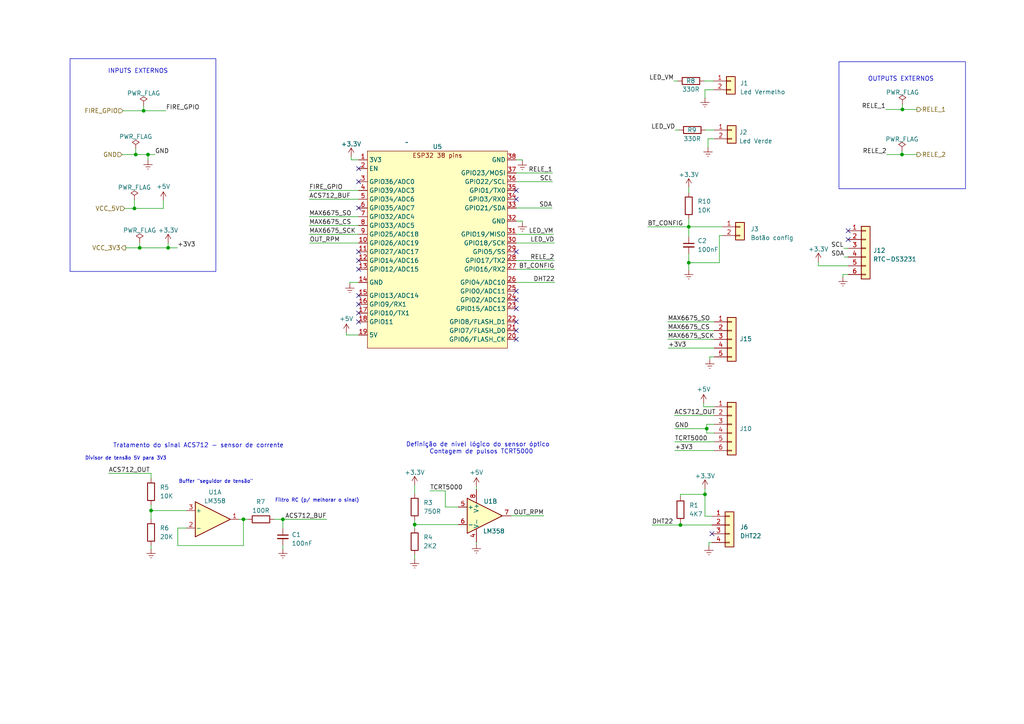
<source format=kicad_sch>
(kicad_sch (version 20230121) (generator eeschema)
  (paper "A4")
  (lib_symbols
    (symbol "Amplifier_Operational:LM358" (pin_names (offset 0.127))
      (property "Reference" "U" (at 0 5.08 0))
      (property "Value" "LM358" (at 0 -5.08 0))
      (symbol "LM358_1_1"
        (polyline (pts (xy -5.08 5.08) (xy 5.08 0) (xy -5.08 -5.08) (xy -5.08 5.08)) (stroke (width 0.254)) (fill (type background)))
        (pin output line (at 7.62 0 180) (length 2.54) (name "~") (number "1"))
        (pin input line (at -7.62 -2.54 0) (length 2.54) (name "-") (number "2"))
        (pin input line (at -7.62 2.54 0) (length 2.54) (name "+") (number "3"))
      )
      (symbol "LM358_2_1"
        (polyline (pts (xy -5.08 5.08) (xy 5.08 0) (xy -5.08 -5.08) (xy -5.08 5.08)) (stroke (width 0.254)) (fill (type background)))
        (pin input line (at -7.62 2.54 0) (length 2.54) (name "+") (number "5"))
        (pin input line (at -7.62 -2.54 0) (length 2.54) (name "-") (number "6"))
        (pin output line (at 7.62 0 180) (length 2.54) (name "~") (number "7"))
      )
      (symbol "LM358_3_1"
        (pin power_in line (at -2.54 -7.62 90) (length 3.81) (name "V-") (number "4"))
        (pin power_in line (at -2.54 7.62 270) (length 3.81) (name "V+") (number "8"))
      )
    )
    (symbol "Connector_Generic:Conn_01x02" (pin_names (offset 1.016) hide)
      (property "Reference" "J" (at 0 2.54 0))
      (property "Value" "Conn_01x02" (at 0 -5.08 0))
      (symbol "Conn_01x02_1_1"
        (rectangle (start -1.27 -2.413) (end 0 -2.667) (stroke (width 0.1524)))
        (rectangle (start -1.27 0.127) (end 0 -0.127) (stroke (width 0.1524)))
        (rectangle (start -1.27 1.27) (end 1.27 -3.81) (stroke (width 0.254)) (fill (type background)))
        (pin passive line (at -5.08 0 0) (length 3.81) (name "Pin_1") (number "1"))
        (pin passive line (at -5.08 -2.54 0) (length 3.81) (name "Pin_2") (number "2"))
      )
    )
    (symbol "Connector_Generic:Conn_01x04" (pin_names (offset 1.016) hide)
      (property "Reference" "J" (at 0 5.08 0))
      (property "Value" "Conn_01x04" (at 0 -7.62 0))
      (symbol "Conn_01x04_1_1"
        (rectangle (start -1.27 -4.953) (end 0 -5.207) (stroke (width 0.1524)))
        (rectangle (start -1.27 -2.413) (end 0 -2.667) (stroke (width 0.1524)))
        (rectangle (start -1.27 0.127) (end 0 -0.127) (stroke (width 0.1524)))
        (rectangle (start -1.27 2.667) (end 0 2.413) (stroke (width 0.1524)))
        (rectangle (start -1.27 3.81) (end 1.27 -6.35) (stroke (width 0.254)) (fill (type background)))
        (pin passive line (at -5.08 2.54 0) (length 3.81) (name "Pin_1") (number "1"))
        (pin passive line (at -5.08 0 0) (length 3.81) (name "Pin_2") (number "2"))
        (pin passive line (at -5.08 -2.54 0) (length 3.81) (name "Pin_3") (number "3"))
        (pin passive line (at -5.08 -5.08 0) (length 3.81) (name "Pin_4") (number "4"))
      )
    )
    (symbol "Connector_Generic:Conn_01x05" (pin_names (offset 1.016) hide)
      (property "Reference" "J" (at 0 7.62 0))
      (property "Value" "Conn_01x05" (at 0 -7.62 0))
      (symbol "Conn_01x05_1_1"
        (rectangle (start -1.27 -4.953) (end 0 -5.207) (stroke (width 0.1524)))
        (rectangle (start -1.27 -2.413) (end 0 -2.667) (stroke (width 0.1524)))
        (rectangle (start -1.27 0.127) (end 0 -0.127) (stroke (width 0.1524)))
        (rectangle (start -1.27 2.667) (end 0 2.413) (stroke (width 0.1524)))
        (rectangle (start -1.27 5.207) (end 0 4.953) (stroke (width 0.1524)))
        (rectangle (start -1.27 6.35) (end 1.27 -6.35) (stroke (width 0.254)) (fill (type background)))
        (pin passive line (at -5.08 5.08 0) (length 3.81) (name "Pin_1") (number "1"))
        (pin passive line (at -5.08 2.54 0) (length 3.81) (name "Pin_2") (number "2"))
        (pin passive line (at -5.08 0 0) (length 3.81) (name "Pin_3") (number "3"))
        (pin passive line (at -5.08 -2.54 0) (length 3.81) (name "Pin_4") (number "4"))
        (pin passive line (at -5.08 -5.08 0) (length 3.81) (name "Pin_5") (number "5"))
      )
    )
    (symbol "Connector_Generic:Conn_01x06" (pin_names (offset 1.016) hide)
      (property "Reference" "J" (at 0 7.62 0))
      (property "Value" "Conn_01x06" (at 0 -10.16 0))
      (symbol "Conn_01x06_1_1"
        (rectangle (start -1.27 -7.493) (end 0 -7.747) (stroke (width 0.1524)))
        (rectangle (start -1.27 -4.953) (end 0 -5.207) (stroke (width 0.1524)))
        (rectangle (start -1.27 -2.413) (end 0 -2.667) (stroke (width 0.1524)))
        (rectangle (start -1.27 0.127) (end 0 -0.127) (stroke (width 0.1524)))
        (rectangle (start -1.27 2.667) (end 0 2.413) (stroke (width 0.1524)))
        (rectangle (start -1.27 5.207) (end 0 4.953) (stroke (width 0.1524)))
        (rectangle (start -1.27 6.35) (end 1.27 -8.89) (stroke (width 0.254)) (fill (type background)))
        (pin passive line (at -5.08 5.08 0) (length 3.81) (name "Pin_1") (number "1"))
        (pin passive line (at -5.08 2.54 0) (length 3.81) (name "Pin_2") (number "2"))
        (pin passive line (at -5.08 0 0) (length 3.81) (name "Pin_3") (number "3"))
        (pin passive line (at -5.08 -2.54 0) (length 3.81) (name "Pin_4") (number "4"))
        (pin passive line (at -5.08 -5.08 0) (length 3.81) (name "Pin_5") (number "5"))
        (pin passive line (at -5.08 -7.62 0) (length 3.81) (name "Pin_6") (number "6"))
      )
    )
    (symbol "Device:C_Small" (pin_numbers hide) (pin_names (offset 0.254) hide)
      (property "Reference" "C" (at 0.254 1.778 0))
      (property "Value" "C_Small" (at 0.254 -2.032 0))
      (symbol "C_Small_0_1"
        (polyline (pts (xy -1.524 -0.508) (xy 1.524 -0.508)) (stroke (width 0.3302)))
        (polyline (pts (xy -1.524 0.508) (xy 1.524 0.508)) (stroke (width 0.3048)))
      )
      (symbol "C_Small_1_1"
        (pin passive line (at 0 2.54 270) (length 2.032) (name "~") (number "1"))
        (pin passive line (at 0 -2.54 90) (length 2.032) (name "~") (number "2"))
      )
    )
    (symbol "Device:R" (pin_numbers hide) (pin_names (offset 0))
      (property "Reference" "R" (at 2.032 0 90))
      (property "Value" "R" (at 0 0 90))
      (symbol "R_0_1"
        (rectangle (start -1.016 -2.54) (end 1.016 2.54) (stroke (width 0.254)))
      )
      (symbol "R_1_1"
        (pin passive line (at 0 3.81 270) (length 1.27) (name "~") (number "1"))
        (pin passive line (at 0 -3.81 90) (length 1.27) (name "~") (number "2"))
      )
    )
    (symbol "My_library:ESP32_38pinos"
      (property "Reference" "U" (at 0 0 0))
      (symbol "ESP32_38pinos_1_1"
        (rectangle (start -11.43 -2.54) (end 29.21 -59.69) (fill (type background)))
        (text "ESP32 38 pins" (at 8.89 -3.81 0) (effects (font (size 1.27 1.27))))
        (pin passive line (at -13.97 -5.08 0) (length 2.54) (name "3V3") (number "1"))
        (pin passive line (at -13.97 -29.21 0) (length 2.54) (name "GPIO26/ADC19") (number "10"))
        (pin passive line (at -13.97 -31.75 0) (length 2.54) (name "GPIO27/ADC17") (number "11"))
        (pin passive line (at -13.97 -34.29 0) (length 2.54) (name "GPIO14/ADC16") (number "12"))
        (pin passive line (at -13.97 -36.83 0) (length 2.54) (name "GPIO12/ADC15") (number "13"))
        (pin passive line (at -13.97 -40.64 0) (length 2.54) (name "GND") (number "14"))
        (pin passive line (at -13.97 -44.45 0) (length 2.54) (name "GPIO13/ADC14") (number "15"))
        (pin passive line (at -13.97 -46.99 0) (length 2.54) (name "GPIO9/RX1") (number "16"))
        (pin passive line (at -13.97 -49.53 0) (length 2.54) (name "GPIO10/TX1") (number "17"))
        (pin passive line (at -13.97 -52.07 0) (length 2.54) (name "GPIO11") (number "18"))
        (pin passive line (at -13.97 -55.88 0) (length 2.54) (name "5V") (number "19"))
        (pin passive line (at -13.97 -7.62 0) (length 2.54) (name "EN") (number "2"))
        (pin passive line (at 31.75 -57.15 180) (length 2.54) (name "GPIO6/FLASH_CK") (number "20"))
        (pin passive line (at 31.75 -54.61 180) (length 2.54) (name "GPIO7/FLASH_D0") (number "21"))
        (pin passive line (at 31.75 -52.07 180) (length 2.54) (name "GPIO8/FLASH_D1") (number "22"))
        (pin passive line (at 31.75 -48.26 180) (length 2.54) (name "GPIO15/ADC13") (number "23"))
        (pin passive line (at 31.75 -45.72 180) (length 2.54) (name "GPIO2/ADC12") (number "24"))
        (pin passive line (at 31.75 -43.18 180) (length 2.54) (name "GPIO0/ADC11") (number "25"))
        (pin passive line (at 31.75 -40.64 180) (length 2.54) (name "GPIO4/ADC10") (number "26"))
        (pin passive line (at 31.75 -36.83 180) (length 2.54) (name "GPIO16/RX2") (number "27"))
        (pin passive line (at 31.75 -34.29 180) (length 2.54) (name "GPIO17/TX2") (number "28"))
        (pin passive line (at 31.75 -31.75 180) (length 2.54) (name "GPIO5/SS") (number "29"))
        (pin passive line (at -13.97 -11.43 0) (length 2.54) (name "GPIO36/ADC0") (number "3"))
        (pin passive line (at 31.75 -29.21 180) (length 2.54) (name "GPIO18/SCK") (number "30"))
        (pin passive line (at 31.75 -26.67 180) (length 2.54) (name "GPIO19/MISO") (number "31"))
        (pin passive line (at 31.75 -22.86 180) (length 2.54) (name "GND") (number "32"))
        (pin passive line (at 31.75 -19.05 180) (length 2.54) (name "GPIO21/SDA") (number "33"))
        (pin passive line (at 31.75 -16.51 180) (length 2.54) (name "GPIO3/RX0") (number "34"))
        (pin passive line (at 31.75 -13.97 180) (length 2.54) (name "GPIO1/TX0") (number "35"))
        (pin passive line (at 31.75 -11.43 180) (length 2.54) (name "GPIO22/SCL") (number "36"))
        (pin passive line (at 31.75 -8.89 180) (length 2.54) (name "GPIO23/MOSI") (number "37"))
        (pin passive line (at 31.75 -5.08 180) (length 2.54) (name "GND") (number "38"))
        (pin passive line (at -13.97 -13.97 0) (length 2.54) (name "GPIO39/ADC3") (number "4"))
        (pin passive line (at -13.97 -16.51 0) (length 2.54) (name "GPIO34/ADC6") (number "5"))
        (pin passive line (at -13.97 -19.05 0) (length 2.54) (name "GPIO35/ADC7") (number "6"))
        (pin passive line (at -13.97 -21.59 0) (length 2.54) (name "GPIO32/ADC4") (number "7"))
        (pin passive line (at -13.97 -24.13 0) (length 2.54) (name "GPIO33/ADC5") (number "8"))
        (pin passive line (at -13.97 -26.67 0) (length 2.54) (name "GPIO25/ADC18") (number "9"))
      )
    )
    (symbol "power:+3.3V" (power) (pin_names (offset 0))
      (property "Value" "+3.3V" (at 0 3.556 0))
      (symbol "+3.3V_0_1"
        (polyline (pts (xy -0.762 1.27) (xy 0 2.54)))
        (polyline (pts (xy 0 0) (xy 0 2.54)))
        (polyline (pts (xy 0 2.54) (xy 0.762 1.27)))
      )
      (symbol "+3.3V_1_1"
        (pin power_in line (at 0 0 90) (length 0) hide (name "+3.3V") (number "1"))
      )
    )
    (symbol "power:+5V" (power) (pin_names (offset 0))
      (property "Value" "+5V" (at 0 3.556 0))
      (symbol "+5V_0_1"
        (polyline (pts (xy -0.762 1.27) (xy 0 2.54)))
        (polyline (pts (xy 0 0) (xy 0 2.54)))
        (polyline (pts (xy 0 2.54) (xy 0.762 1.27)))
      )
      (symbol "+5V_1_1"
        (pin power_in line (at 0 0 90) (length 0) hide (name "+5V") (number "1"))
      )
    )
    (symbol "power:Earth" (power) (pin_names (offset 0))
      (symbol "Earth_0_1"
        (polyline (pts (xy -0.635 -1.905) (xy 0.635 -1.905)))
        (polyline (pts (xy -0.127 -2.54) (xy 0.127 -2.54)))
        (polyline (pts (xy 0 -1.27) (xy 0 0)))
        (polyline (pts (xy 1.27 -1.27) (xy -1.27 -1.27)))
      )
      (symbol "Earth_1_1"
        (pin power_in line (at 0 0 270) (length 0) hide (name "Earth") (number "1"))
      )
    )
    (symbol "power:PWR_FLAG" (power) (pin_numbers hide) (pin_names (offset 0) hide)
      (property "Value" "PWR_FLAG" (at 0 3.81 0))
      (symbol "PWR_FLAG_0_0"
        (pin power_out line (at 0 0 90) (length 0) (name "pwr") (number "1"))
      )
      (symbol "PWR_FLAG_0_1"
        (polyline (pts (xy 0 0) (xy 0 1.27) (xy -1.016 1.905) (xy 0 2.54) (xy 1.016 1.905) (xy 0 1.27)))
      )
    )
  )
  (junction (at 70.612 150.622))
  (junction (at 204.978 124.333))
  (junction (at 39.37 44.831))
  (junction (at 261.747 31.75))
  (junction (at 120.269 152.146))
  (junction (at 42.926 44.831))
  (junction (at 43.815 148.082))
  (junction (at 204.47 143.383))
  (junction (at 41.656 32.131))
  (junction (at 40.513 71.882))
  (junction (at 82.042 150.622))
  (junction (at 48.768 71.882))
  (junction (at 199.771 65.786))
  (junction (at 261.62 44.831))
  (junction (at 199.771 76.2))
  (junction (at 38.989 60.452))
  (junction (at 197.358 152.273))
  (no_connect (at 206.502 154.813))
  (no_connect (at 104.013 85.725))
  (no_connect (at 104.013 60.325))
  (no_connect (at 149.733 55.245))
  (no_connect (at 245.999 66.929))
  (no_connect (at 149.733 84.455))
  (no_connect (at 149.733 93.345))
  (no_connect (at 104.013 75.565))
  (no_connect (at 149.733 57.785))
  (no_connect (at 104.013 88.265))
  (no_connect (at 149.733 89.535))
  (no_connect (at 104.013 78.105))
  (no_connect (at 104.013 90.805))
  (no_connect (at 104.013 93.345))
  (no_connect (at 245.999 69.469))
  (no_connect (at 149.733 98.425))
  (no_connect (at 149.733 95.885))
  (no_connect (at 104.013 48.895))
  (no_connect (at 149.733 73.025))
  (no_connect (at 104.013 73.025))
  (no_connect (at 149.733 86.995))
  (no_connect (at 104.013 52.705))
  (wire (pts (xy 100.457 96.52) (xy 100.457 97.155)))
  (wire (pts (xy 89.662 55.245) (xy 104.013 55.245)))
  (wire (pts (xy 82.042 150.622) (xy 82.042 153.162)))
  (wire (pts (xy 204.47 26.035) (xy 206.883 26.035)))
  (wire (pts (xy 204.47 149.733) (xy 204.47 143.383)))
  (wire (pts (xy 207.137 125.603) (xy 204.978 125.603)))
  (wire (pts (xy 204.978 124.333) (xy 204.978 123.063)))
  (wire (pts (xy 205.359 40.259) (xy 207.137 40.259)))
  (wire (pts (xy 82.042 150.622) (xy 94.742 150.622)))
  (wire (pts (xy 204.978 124.333) (xy 204.978 125.603)))
  (wire (pts (xy 148.209 149.606) (xy 157.734 149.606)))
  (wire (pts (xy 195.707 130.683) (xy 207.137 130.683)))
  (wire (pts (xy 39.37 44.831) (xy 42.926 44.831)))
  (wire (pts (xy 82.042 158.242) (xy 82.042 159.258)))
  (wire (pts (xy 149.733 70.485) (xy 160.782 70.485)))
  (wire (pts (xy 89.662 65.405) (xy 104.013 65.405)))
  (wire (pts (xy 206.502 149.733) (xy 204.47 149.733)))
  (wire (pts (xy 195.834 37.719) (xy 196.977 37.719)))
  (wire (pts (xy 43.815 137.287) (xy 43.815 138.811)))
  (wire (pts (xy 104.013 46.355) (xy 101.854 46.355)))
  (wire (pts (xy 48.768 71.882) (xy 48.768 70.485)))
  (wire (pts (xy 245.999 79.629) (xy 244.475 79.629)))
  (wire (pts (xy 199.771 65.786) (xy 199.771 68.58)))
  (wire (pts (xy 149.733 67.945) (xy 160.528 67.945)))
  (wire (pts (xy 138.176 157.226) (xy 138.176 157.861)))
  (wire (pts (xy 43.815 146.431) (xy 43.815 148.082)))
  (wire (pts (xy 36.195 60.452) (xy 38.989 60.452)))
  (wire (pts (xy 120.269 152.146) (xy 120.269 153.289)))
  (wire (pts (xy 41.656 32.131) (xy 48.133 32.131)))
  (wire (pts (xy 35.433 44.831) (xy 39.37 44.831)))
  (wire (pts (xy 237.363 75.946) (xy 237.363 77.089)))
  (wire (pts (xy 204.216 23.495) (xy 206.883 23.495)))
  (wire (pts (xy 204.978 123.063) (xy 207.137 123.063)))
  (wire (pts (xy 199.771 63.5) (xy 199.771 65.786)))
  (wire (pts (xy 38.989 57.912) (xy 38.989 60.452)))
  (wire (pts (xy 149.733 64.135) (xy 151.511 64.135)))
  (wire (pts (xy 204.47 28.448) (xy 204.47 26.035)))
  (wire (pts (xy 195.707 124.333) (xy 204.978 124.333)))
  (wire (pts (xy 89.662 62.865) (xy 104.013 62.865)))
  (wire (pts (xy 42.926 44.831) (xy 42.926 46.482)))
  (wire (pts (xy 261.747 30.226) (xy 261.747 31.75)))
  (wire (pts (xy 70.612 150.622) (xy 71.882 150.622)))
  (wire (pts (xy 244.729 72.009) (xy 245.999 72.009)))
  (wire (pts (xy 120.269 140.716) (xy 120.269 143.256)))
  (wire (pts (xy 41.656 30.607) (xy 41.656 32.131)))
  (wire (pts (xy 193.675 98.425) (xy 207.137 98.425)))
  (wire (pts (xy 101.473 81.915) (xy 101.473 82.296)))
  (wire (pts (xy 54.102 153.162) (xy 51.562 153.162)))
  (wire (pts (xy 237.363 77.089) (xy 245.999 77.089)))
  (wire (pts (xy 208.661 76.2) (xy 199.771 76.2)))
  (wire (pts (xy 40.513 70.358) (xy 40.513 71.882)))
  (wire (pts (xy 149.733 60.325) (xy 160.147 60.325)))
  (wire (pts (xy 51.562 158.242) (xy 70.612 158.242)))
  (wire (pts (xy 208.661 68.326) (xy 208.661 76.2)))
  (wire (pts (xy 42.926 44.831) (xy 44.958 44.831)))
  (wire (pts (xy 199.771 54.356) (xy 199.771 55.88)))
  (wire (pts (xy 120.269 160.909) (xy 120.269 162.179)))
  (wire (pts (xy 205.867 103.505) (xy 207.137 103.505)))
  (wire (pts (xy 36.449 71.882) (xy 40.513 71.882)))
  (wire (pts (xy 197.358 143.383) (xy 204.47 143.383)))
  (wire (pts (xy 204.089 117.983) (xy 207.137 117.983)))
  (wire (pts (xy 151.511 46.355) (xy 151.511 46.609)))
  (wire (pts (xy 43.815 158.242) (xy 43.815 159.258)))
  (wire (pts (xy 257.175 44.831) (xy 261.62 44.831)))
  (wire (pts (xy 195.58 120.523) (xy 207.137 120.523)))
  (wire (pts (xy 256.921 31.75) (xy 261.747 31.75)))
  (wire (pts (xy 39.37 43.18) (xy 39.37 44.831)))
  (wire (pts (xy 43.815 148.082) (xy 43.815 150.622)))
  (wire (pts (xy 195.453 23.495) (xy 196.596 23.495)))
  (wire (pts (xy 205.613 158.369) (xy 205.613 157.353)))
  (wire (pts (xy 48.768 71.882) (xy 51.435 71.882)))
  (wire (pts (xy 205.613 157.353) (xy 206.502 157.353)))
  (wire (pts (xy 138.176 141.097) (xy 138.176 141.986)))
  (wire (pts (xy 197.358 152.273) (xy 197.358 151.638)))
  (wire (pts (xy 193.802 100.965) (xy 207.137 100.965)))
  (wire (pts (xy 31.496 137.287) (xy 43.815 137.287)))
  (wire (pts (xy 149.733 52.705) (xy 160.274 52.705)))
  (wire (pts (xy 199.771 65.786) (xy 209.55 65.786)))
  (wire (pts (xy 149.733 50.165) (xy 160.274 50.165)))
  (wire (pts (xy 261.62 43.815) (xy 261.62 44.831)))
  (wire (pts (xy 197.358 152.273) (xy 206.502 152.273)))
  (wire (pts (xy 38.989 60.452) (xy 47.371 60.452)))
  (wire (pts (xy 151.511 64.135) (xy 151.511 64.516)))
  (wire (pts (xy 261.62 44.831) (xy 265.938 44.831)))
  (wire (pts (xy 199.771 76.2) (xy 199.771 78.359)))
  (wire (pts (xy 101.854 46.355) (xy 101.854 45.466)))
  (wire (pts (xy 149.733 46.355) (xy 151.511 46.355)))
  (wire (pts (xy 149.733 81.915) (xy 160.909 81.915)))
  (wire (pts (xy 89.662 67.945) (xy 104.013 67.945)))
  (wire (pts (xy 244.475 79.629) (xy 244.475 80.391)))
  (wire (pts (xy 205.867 104.267) (xy 205.867 103.505)))
  (wire (pts (xy 120.269 150.876) (xy 120.269 152.146)))
  (wire (pts (xy 79.502 150.622) (xy 82.042 150.622)))
  (wire (pts (xy 104.013 81.915) (xy 101.473 81.915)))
  (wire (pts (xy 43.815 148.082) (xy 54.102 148.082)))
  (wire (pts (xy 70.612 158.242) (xy 70.612 150.622)))
  (wire (pts (xy 205.359 42.799) (xy 205.359 40.259)))
  (wire (pts (xy 187.833 65.786) (xy 199.771 65.786)))
  (wire (pts (xy 69.342 150.622) (xy 70.612 150.622)))
  (wire (pts (xy 129.159 142.367) (xy 129.159 147.066)))
  (wire (pts (xy 89.662 57.785) (xy 104.013 57.785)))
  (wire (pts (xy 100.457 97.155) (xy 104.013 97.155)))
  (wire (pts (xy 40.513 71.882) (xy 48.768 71.882)))
  (wire (pts (xy 120.269 152.146) (xy 132.969 152.146)))
  (wire (pts (xy 209.55 68.326) (xy 208.661 68.326)))
  (wire (pts (xy 189.103 152.273) (xy 197.358 152.273)))
  (wire (pts (xy 204.597 37.719) (xy 207.137 37.719)))
  (wire (pts (xy 197.358 144.018) (xy 197.358 143.383)))
  (wire (pts (xy 204.47 143.383) (xy 204.47 141.732)))
  (wire (pts (xy 244.856 74.549) (xy 245.999 74.549)))
  (wire (pts (xy 195.707 128.143) (xy 207.137 128.143)))
  (wire (pts (xy 261.747 31.75) (xy 265.938 31.75)))
  (wire (pts (xy 199.771 73.66) (xy 199.771 76.2)))
  (wire (pts (xy 193.675 95.885) (xy 207.137 95.885)))
  (wire (pts (xy 47.371 58.166) (xy 47.371 60.452)))
  (wire (pts (xy 149.733 78.105) (xy 160.782 78.105)))
  (wire (pts (xy 193.675 93.345) (xy 207.137 93.345)))
  (wire (pts (xy 35.687 32.131) (xy 41.656 32.131)))
  (wire (pts (xy 124.714 142.367) (xy 129.159 142.367)))
  (wire (pts (xy 89.789 70.485) (xy 104.013 70.485)))
  (wire (pts (xy 51.562 153.162) (xy 51.562 158.242)))
  (wire (pts (xy 204.089 116.967) (xy 204.089 117.983)))
  (wire (pts (xy 129.159 147.066) (xy 132.969 147.066)))
  (wire (pts (xy 149.733 75.565) (xy 160.782 75.565)))
  (rectangle (start 20.32 17.018) (end 62.611 78.74))
  (rectangle (start 243.332 17.907) (end 280.035 54.737))
  (text "Filtro RC (p/ melhorar o sinal)" (at 79.756 145.796 0) (effects (font (size 1 1)) (justify left bottom)))
  (text "Tratamento do sinal ACS712 - sensor de corrente" (at 32.766 130.048 0) (effects (font (size 1.27 1.27)) (justify left bottom)))
  (text "INPUTS EXTERNOS\n" (at 48.768 21.463 0) (effects (font (size 1.27 1.27)) (justify right bottom)))
  (text "OUTPUTS EXTERNOS\n" (at 270.891 23.749 0) (effects (font (size 1.27 1.27)) (justify right bottom)))
  (text "Divisor de tensão 5V para 3V3" (at 24.638 133.604 0) (effects (font (size 1 1)) (justify left bottom)))
  (text "Definição de nível lógico do sensor óptico \n       Contagem de pulsos TCRT5000" (at 117.729 131.826 0) (effects (font (size 1.27 1.27)) (justify left bottom)))
  (text "Buffer \"seguidor de tensão\"" (at 51.816 140.335 0) (effects (font (size 1 1)) (justify left bottom)))
  (label "DHT22" (at 160.909 81.915 180))
  (label "MAX6675_CS" (at 89.662 65.405 0))
  (label "TCRT5000" (at 124.714 142.367 0))
  (label "SDA" (at 160.147 60.325 180))
  (label "ACS712_BUF" (at 94.742 150.622 180))
  (label "GND" (at 44.958 44.831 0))
  (label "DHT22" (at 189.103 152.273 0))
  (label "OUT_RPM" (at 89.789 70.485 0))
  (label "BT_CONFIG" (at 187.833 65.786 0))
  (label "RELE_1" (at 256.921 31.75 180))
  (label "TCRT5000" (at 195.707 128.143 0))
  (label "MAX6675_SCK" (at 89.662 67.945 0))
  (label "MAX6675_CS" (at 193.675 95.885 0))
  (label "FIRE_GPIO" (at 89.662 55.245 0))
  (label "+3V3" (at 193.802 100.965 0))
  (label "FIRE_GPIO" (at 48.133 32.131 0))
  (label "OUT_RPM" (at 157.734 149.606 180))
  (label "BT_CONFIG" (at 160.782 78.105 180))
  (label "GND" (at 195.707 124.333 0))
  (label "MAX6675_SCK" (at 193.675 98.425 0))
  (label "LED_VM" (at 195.453 23.495 180))
  (label "MAX6675_SO" (at 89.662 62.865 0))
  (label "LED_VD" (at 160.782 70.485 180))
  (label "SCL" (at 160.274 52.705 180))
  (label "LED_VM" (at 160.528 67.945 180))
  (label "LED_VD" (at 195.834 37.719 180))
  (label "RELE_2" (at 160.782 75.565 180))
  (label "SDA" (at 244.856 74.549 180))
  (label "RELE_2" (at 257.175 44.831 180))
  (label "MAX6675_SO" (at 193.675 93.345 0))
  (label "ACS712_OUT" (at 195.58 120.523 0))
  (label "ACS712_OUT" (at 31.496 137.287 0))
  (label "+3V3" (at 195.707 130.683 0))
  (label "+3V3" (at 51.435 71.882 0))
  (label "SCL" (at 244.729 72.009 180))
  (label "ACS712_BUF" (at 89.662 57.785 0))
  (label "RELE_1" (at 160.274 50.165 180))
  (hierarchical_label "GND" (shape input) (at 35.433 44.831 180))
  (hierarchical_label "VCC_3V3" (shape output) (at 36.449 71.882 180))
  (hierarchical_label "VCC_5V" (shape input) (at 36.195 60.452 180))
  (hierarchical_label "FIRE_GPIO" (shape input) (at 35.687 32.131 180))
  (hierarchical_label "RELE_2" (shape output) (at 265.938 44.831 0))
  (hierarchical_label "RELE_1" (shape output) (at 265.938 31.75 0))
  (symbol (lib_id "Connector_Generic:Conn_01x02") (at 214.63 65.786 0) (unit 1)
    (property "Reference" "J3" (at 217.678 66.421 0) (effects (justify left)))
    (property "Value" "Botão config " (at 217.678 68.961 0) (effects (justify left)))
    (property "Footprint" "Connector_PinHeader_2.54mm:PinHeader_1x02_P2.54mm_Vertical" (effects hide))
  )
  (symbol (lib_id "power:+3.3V") (at 199.771 54.356 0) (unit 1)
    (property "Reference" "#PWR026" (effects hide))
    (property "Value" "+3.3V" (at 199.771 50.673 0))
  )
  (symbol (lib_id "power:Earth") (at 244.475 80.391 0) (unit 1)
    (property "Reference" "#PWR043" (effects hide))
    (property "Value" "Earth" (effects hide))
  )
  (symbol (lib_id "power:PWR_FLAG") (at 41.656 30.607 0) (unit 1)
    (property "Reference" "#FLG010" (effects hide))
    (property "Value" "PWR_FLAG" (at 41.656 27.051 0))
  )
  (symbol (lib_id "power:PWR_FLAG") (at 39.37 43.18 0) (unit 1)
    (property "Reference" "#FLG01" (effects hide))
    (property "Value" "PWR_FLAG" (at 39.37 39.624 0))
  )
  (symbol (lib_id "power:Earth") (at 204.47 28.448 0) (unit 1)
    (property "Reference" "#PWR06" (effects hide))
    (property "Value" "Earth" (effects hide))
  )
  (symbol (lib_id "Device:R") (at 120.269 147.066 0) (unit 1)
    (property "Reference" "R3" (at 122.809 145.7959 0) (effects (justify left)))
    (property "Value" "750R" (at 122.809 148.3359 0) (effects (justify left)))
    (property "Footprint" "Resistor_THT:R_Axial_DIN0204_L3.6mm_D1.6mm_P7.62mm_Horizontal" (effects hide))
  )
  (symbol (lib_id "power:+3.3V") (at 204.47 141.732 0) (unit 1)
    (property "Reference" "#PWR023" (effects hide))
    (property "Value" "+3.3V" (at 204.47 138.049 0))
  )
  (symbol (lib_id "power:Earth") (at 205.359 42.799 0) (unit 1)
    (property "Reference" "#PWR05" (effects hide))
    (property "Value" "Earth" (effects hide))
  )
  (symbol (lib_id "Amplifier_Operational:LM358") (at 61.722 150.622 0) (unit 1)
    (property "Reference" "U1" (at 62.357 142.748 0))
    (property "Value" "LM358" (at 62.357 145.288 0))
    (property "Footprint" "Package_DIP:DIP-8_W7.62mm" (effects hide))
    (property "Datasheet" "http://www.ti.com/lit/ds/symlink/lm2904-n.pdf" (effects hide))
  )
  (symbol (lib_id "power:Earth") (at 205.613 158.369 0) (unit 1)
    (property "Reference" "#PWR024" (effects hide))
    (property "Value" "Earth" (effects hide))
  )
  (symbol (lib_id "Connector_Generic:Conn_01x02") (at 211.963 23.495 0) (unit 1)
    (property "Reference" "J1" (at 214.63 24.13 0) (effects (justify left)))
    (property "Value" "Led Vermelho" (at 214.63 26.67 0) (effects (justify left)))
    (property "Footprint" "Connector_PinHeader_2.54mm:PinHeader_1x02_P2.54mm_Vertical" (effects hide))
  )
  (symbol (lib_id "power:Earth") (at 42.926 46.482 0) (unit 1)
    (property "Reference" "#PWR01" (effects hide))
    (property "Value" "Earth" (effects hide))
  )
  (symbol (lib_id "Device:R") (at 43.815 154.432 0) (unit 1)
    (property "Reference" "R6" (at 46.355 153.1619 0) (effects (justify left)))
    (property "Value" "20K" (at 46.355 155.702 0) (effects (justify left)))
    (property "Footprint" "Resistor_THT:R_Axial_DIN0204_L3.6mm_D1.6mm_P7.62mm_Horizontal" (effects hide))
  )
  (symbol (lib_id "power:Earth") (at 43.815 159.258 0) (unit 1)
    (property "Reference" "#PWR0103" (effects hide))
    (property "Value" "Earth" (effects hide))
    (instances (project "Belliz_IOT" (path "" (reference "#PWR0103") (unit 1)) (path "" (reference "#PWR09") (unit 1)) (path "" (reference "#PWR08") (unit 1))))
  )
  (symbol (lib_id "power:Earth") (at 151.511 46.609 0) (unit 1)
    (property "Reference" "#PWR012" (effects hide))
    (property "Value" "Earth" (effects hide))
  )
  (symbol (lib_id "power:PWR_FLAG") (at 261.62 43.815 0) (unit 1)
    (property "Reference" "#FLG09" (effects hide))
    (property "Value" "PWR_FLAG" (at 261.62 40.386 0))
  )
  (symbol (lib_id "power:+5V") (at 47.371 58.166 0) (unit 1)
    (property "Reference" "#PWR014" (effects hide))
    (property "Value" "+5V" (at 47.371 54.102 0))
  )
  (symbol (lib_id "power:+5V") (at 100.457 96.52 0) (unit 1)
    (property "Reference" "#PWR019" (effects hide))
    (property "Value" "+5V" (at 100.457 92.456 0))
  )
  (symbol (lib_id "power:Earth") (at 120.269 162.179 0) (unit 1)
    (property "Reference" "#PWR0101" (effects hide))
    (property "Value" "Earth" (effects hide))
    (instances (project "Belliz_IOT" (path "" (reference "#PWR0101") (unit 1)) (path "" (reference "#PWR08") (unit 1)) (path "" (reference "#PWR03") (unit 1))))
  )
  (symbol (lib_id "power:PWR_FLAG") (at 261.747 30.226 0) (unit 1)
    (property "Reference" "#FLG08" (effects hide))
    (property "Value" "PWR_FLAG" (at 261.747 26.797 0))
  )
  (symbol (lib_id "Amplifier_Operational:LM358") (at 140.716 149.606 0) (unit 3)
    (property "Reference" "U1" (effects hide))
    (property "Value" "LM358" (effects hide))
    (property "Footprint" "Package_DIP:DIP-8_W7.62mm" (effects hide))
    (property "Datasheet" "http://www.ti.com/lit/ds/symlink/lm2904-n.pdf" (effects hide))
  )
  (symbol (lib_id "Device:R") (at 120.269 157.099 0) (unit 1)
    (property "Reference" "R4" (at 122.809 155.8289 0) (effects (justify left)))
    (property "Value" "2K2" (at 122.809 158.3689 0) (effects (justify left)))
    (property "Footprint" "Resistor_THT:R_Axial_DIN0204_L3.6mm_D1.6mm_P7.62mm_Horizontal" (effects hide))
  )
  (symbol (lib_id "power:Earth") (at 82.042 159.258 0) (unit 1)
    (property "Reference" "#PWR0102" (effects hide))
    (property "Value" "Earth" (effects hide))
    (instances (project "Belliz_IOT" (path "" (reference "#PWR0102") (unit 1)) (path "" (reference "#PWR010") (unit 1)) (path "" (reference "#PWR09") (unit 1))))
  )
  (symbol (lib_id "power:+5V") (at 204.089 116.967 0) (unit 1)
    (property "Reference" "#PWR015" (effects hide))
    (property "Value" "+5V" (at 204.089 112.903 0))
  )
  (symbol (lib_id "power:+3.3V") (at 237.363 75.946 0) (unit 1)
    (property "Reference" "#PWR042" (effects hide))
    (property "Value" "+3.3V" (at 237.363 72.263 0))
  )
  (symbol (lib_id "Device:R") (at 197.358 147.828 0) (unit 1)
    (property "Reference" "R1" (at 199.898 146.5579 0) (effects (justify left)))
    (property "Value" "4K7" (at 199.898 149.0979 0) (effects (justify left)))
    (property "Footprint" "Resistor_THT:R_Axial_DIN0204_L3.6mm_D1.6mm_P7.62mm_Horizontal" (effects hide))
    (instances (project "Belliz_IOT" (path "" (reference "R1") (unit 1)) (path "" (reference "R1") (unit 1)) (path "" (reference "R11") (unit 1))))
  )
  (symbol (lib_id "power:Earth") (at 101.473 82.296 0) (unit 1)
    (property "Reference" "#PWR018" (effects hide))
    (property "Value" "Earth" (effects hide))
  )
  (symbol (lib_id "power:Earth") (at 138.176 157.861 0) (unit 1)
    (property "Reference" "#PWR08" (effects hide))
    (property "Value" "Earth" (effects hide))
    (instances (project "Belliz_IOT" (path "" (reference "#PWR08") (unit 1)) (path "" (reference "#PWR03") (unit 1)) (path "" (reference "#PWR02") (unit 1))))
  )
  (symbol (lib_id "power:PWR_FLAG") (at 38.989 57.912 0) (unit 1)
    (property "Reference" "#FLG02" (effects hide))
    (property "Value" "PWR_FLAG" (at 38.989 54.356 0))
  )
  (symbol (lib_id "power:+3.3V") (at 101.854 45.466 0) (unit 1)
    (property "Reference" "#PWR021" (effects hide))
    (property "Value" "+3.3V" (at 101.854 41.783 0))
  )
  (symbol (lib_id "power:Earth") (at 199.771 78.359 0) (unit 1)
    (property "Reference" "#PWR025" (effects hide))
    (property "Value" "Earth" (effects hide))
  )
  (symbol (lib_id "My_library:ESP32_38pinos") (at 117.983 41.275 0) (unit 1)
    (property "Reference" "U5" (at 126.873 42.545 0))
    (property "Value" "~" (at 117.983 41.275 0))
    (property "Footprint" "My_library_footprint:ESP32_DevKit" (effects hide))
  )
  (symbol (lib_id "Device:R") (at 200.787 37.719 90) (unit 1)
    (property "Reference" "R9" (at 202.057 37.719 90) (effects (justify left)))
    (property "Value" "330R" (at 203.327 40.259 90) (effects (justify left)))
    (property "Footprint" "Resistor_THT:R_Axial_DIN0204_L3.6mm_D1.6mm_P7.62mm_Horizontal" (effects hide))
  )
  (symbol (lib_id "Amplifier_Operational:LM358") (at 140.589 149.606 0) (unit 2)
    (property "Reference" "U1" (at 142.24 145.415 0))
    (property "Value" "LM358" (at 143.256 154.051 0))
    (property "Footprint" "Package_DIP:DIP-8_W7.62mm" (effects hide))
    (property "Datasheet" "http://www.ti.com/lit/ds/symlink/lm2904-n.pdf" (effects hide))
  )
  (symbol (lib_id "Connector_Generic:Conn_01x02") (at 212.217 37.719 0) (unit 1)
    (property "Reference" "J2" (at 214.376 38.354 0) (effects (justify left)))
    (property "Value" "Led Verde" (at 214.376 40.894 0) (effects (justify left)))
    (property "Footprint" "Connector_PinHeader_2.54mm:PinHeader_1x02_P2.54mm_Vertical" (effects hide))
  )
  (symbol (lib_id "Connector_Generic:Conn_01x04") (at 211.582 152.273 0) (unit 1)
    (property "Reference" "J6" (at 214.63 152.908 0) (effects (justify left)))
    (property "Value" "DHT22" (at 214.63 155.448 0) (effects (justify left)))
    (property "Footprint" "Connector_PinHeader_2.54mm:PinHeader_1x04_P2.54mm_Vertical" (effects hide))
  )
  (symbol (lib_id "Connector_Generic:Conn_01x06") (at 212.217 123.063 0) (unit 1)
    (property "Reference" "J10" (at 214.503 124.333 0) (effects (justify left)))
    (property "Value" "Conn_01x06" (effects hide))
    (property "Footprint" "My_library_footprint:KRE_6Vias" (effects hide))
    (instances (project "Belliz_IOT" (path "" (reference "J10") (unit 1)) (path "" (reference "J5") (unit 1))))
  )
  (symbol (lib_id "power:Earth") (at 205.867 104.267 0) (unit 1)
    (property "Reference" "#PWR013" (effects hide))
    (property "Value" "Earth" (effects hide))
  )
  (symbol (lib_id "Device:C_Small") (at 199.771 71.12 0) (unit 1)
    (property "Reference" "C2" (at 202.311 69.8562 0) (effects (justify left)))
    (property "Value" "100nF" (at 202.311 72.3962 0) (effects (justify left)))
    (property "Footprint" "Capacitor_THT:C_Disc_D3.8mm_W2.6mm_P2.50mm" (effects hide))
  )
  (symbol (lib_id "power:Earth") (at 151.511 64.516 0) (unit 1)
    (property "Reference" "#PWR020" (effects hide))
    (property "Value" "Earth" (effects hide))
  )
  (symbol (lib_id "power:PWR_FLAG") (at 40.513 70.358 0) (unit 1)
    (property "Reference" "#FLG03" (effects hide))
    (property "Value" "PWR_FLAG" (at 40.513 66.802 0))
  )
  (symbol (lib_id "power:+3.3V") (at 48.768 70.485 0) (unit 1)
    (property "Reference" "#PWR016" (effects hide))
    (property "Value" "+3.3V" (at 48.768 66.802 0))
  )
  (symbol (lib_id "Device:R") (at 43.815 142.621 0) (unit 1)
    (property "Reference" "R5" (at 46.355 141.3509 0) (effects (justify left)))
    (property "Value" "10K" (at 46.355 143.891 0) (effects (justify left)))
    (property "Footprint" "Resistor_THT:R_Axial_DIN0204_L3.6mm_D1.6mm_P7.62mm_Horizontal" (effects hide))
  )
  (symbol (lib_id "Connector_Generic:Conn_01x06") (at 251.079 72.009 0) (unit 1)
    (property "Reference" "J12" (at 253.238 72.644 0) (effects (justify left)))
    (property "Value" "RTC-DS3231" (at 253.238 75.184 0) (effects (justify left)))
    (property "Footprint" "Connector_PinHeader_2.54mm:PinHeader_1x06_P2.54mm_Vertical" (effects hide))
  )
  (symbol (lib_id "power:+3.3V") (at 120.269 140.716 0) (unit 1)
    (property "Reference" "#PWR07" (effects hide))
    (property "Value" "+3.3V" (at 120.269 137.033 0))
  )
  (symbol (lib_id "Device:R") (at 200.406 23.495 90) (unit 1)
    (property "Reference" "R8" (at 201.676 23.495 90) (effects (justify left)))
    (property "Value" "330R" (at 202.946 25.908 90) (effects (justify left)))
    (property "Footprint" "Resistor_THT:R_Axial_DIN0204_L3.6mm_D1.6mm_P7.62mm_Horizontal" (effects hide))
  )
  (symbol (lib_id "Device:C_Small") (at 82.042 155.702 0) (unit 1)
    (property "Reference" "C1" (at 84.582 155.0733 0) (effects (justify left)))
    (property "Value" "100nF" (at 84.582 157.6133 0) (effects (justify left)))
    (property "Footprint" "Capacitor_THT:C_Disc_D3.8mm_W2.6mm_P2.50mm" (effects hide))
  )
  (symbol (lib_id "power:+5V") (at 138.176 141.097 0) (unit 1)
    (property "Reference" "#PWR04" (effects hide))
    (property "Value" "+5V" (at 138.176 137.033 0))
  )
  (symbol (lib_id "Connector_Generic:Conn_01x05") (at 212.217 98.425 0) (unit 1)
    (property "Reference" "J15" (at 214.503 98.298 0) (effects (justify left)))
    (property "Value" "Conn_01x05" (effects hide))
    (property "Footprint" "My_library_footprint:KRE_5Vias" (effects hide))
    (instances (project "Belliz_IOT" (path "" (reference "J15") (unit 1)) (path "" (reference "J4") (unit 1))))
  )
  (symbol (lib_id "Device:R") (at 199.771 59.69 0) (unit 1)
    (property "Reference" "R10" (at 202.311 58.4199 0) (effects (justify left)))
    (property "Value" "10K" (at 202.311 60.9599 0) (effects (justify left)))
    (property "Footprint" "Resistor_THT:R_Axial_DIN0204_L3.6mm_D1.6mm_P7.62mm_Horizontal" (effects hide))
    (instances (project "Belliz_IOT" (path "" (reference "R10") (unit 1)) (path "" (reference "R2") (unit 1))))
  )
  (symbol (lib_id "Device:R") (at 75.692 150.622 90) (unit 1)
    (property "Reference" "R7" (at 76.962 145.542 90) (effects (justify left)))
    (property "Value" "100R" (at 78.232 148.082 90) (effects (justify left)))
    (property "Footprint" "Resistor_THT:R_Axial_DIN0204_L3.6mm_D1.6mm_P7.62mm_Horizontal" (effects hide))
  )
)
</source>
